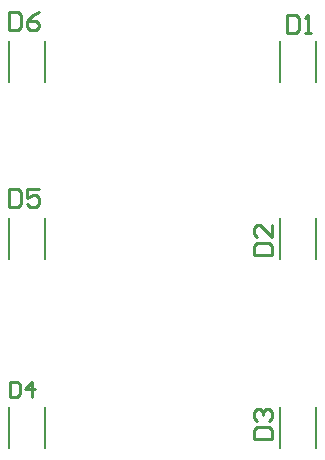
<source format=gbr>
G04*
G04 #@! TF.GenerationSoftware,Altium Limited,Altium Designer,22.4.2 (48)*
G04*
G04 Layer_Color=65535*
%FSLAX25Y25*%
%MOIN*%
G70*
G04*
G04 #@! TF.SameCoordinates,96A84167-8CB8-41EC-8849-8989CCC38216*
G04*
G04*
G04 #@! TF.FilePolarity,Positive*
G04*
G01*
G75*
%ADD10C,0.00600*%
%ADD11C,0.01000*%
D10*
X635921Y253043D02*
Y266642D01*
X623921Y253043D02*
Y266642D01*
X635921Y193987D02*
Y207587D01*
X623921Y193987D02*
Y207587D01*
X635921Y130995D02*
Y144595D01*
X623921Y130995D02*
Y144595D01*
X545370Y130995D02*
Y144595D01*
X533370Y130995D02*
Y144595D01*
Y193987D02*
Y207587D01*
X545370Y193987D02*
Y207587D01*
X533370Y253043D02*
Y266642D01*
X545370Y253043D02*
Y266642D01*
D11*
X533600Y276398D02*
Y270400D01*
X536599D01*
X537599Y271400D01*
Y275398D01*
X536599Y276398D01*
X533600D01*
X543597D02*
X541597Y275398D01*
X539598Y273399D01*
Y271400D01*
X540598Y270400D01*
X542597D01*
X543597Y271400D01*
Y272399D01*
X542597Y273399D01*
X539598D01*
X533600Y217398D02*
Y211400D01*
X536599D01*
X537599Y212400D01*
Y216398D01*
X536599Y217398D01*
X533600D01*
X543597D02*
X539598D01*
Y214399D01*
X541597Y215399D01*
X542597D01*
X543597Y214399D01*
Y212400D01*
X542597Y211400D01*
X540598D01*
X539598Y212400D01*
X533810Y153157D02*
Y148158D01*
X536309D01*
X537142Y148991D01*
Y152324D01*
X536309Y153157D01*
X533810D01*
X541307Y148158D02*
Y153157D01*
X538808Y150657D01*
X542140D01*
X615058Y133950D02*
X621057D01*
Y136949D01*
X620057Y137948D01*
X616058D01*
X615058Y136949D01*
Y133950D01*
X616058Y139948D02*
X615058Y140947D01*
Y142947D01*
X616058Y143946D01*
X617058D01*
X618057Y142947D01*
Y141947D01*
Y142947D01*
X619057Y143946D01*
X620057D01*
X621057Y142947D01*
Y140947D01*
X620057Y139948D01*
X615312Y195381D02*
X621310D01*
Y198380D01*
X620310Y199380D01*
X616312D01*
X615312Y198380D01*
Y195381D01*
X621310Y205378D02*
Y201379D01*
X617311Y205378D01*
X616312D01*
X615312Y204378D01*
Y202379D01*
X616312Y201379D01*
X626222Y275457D02*
Y269459D01*
X629221D01*
X630221Y270459D01*
Y274458D01*
X629221Y275457D01*
X626222D01*
X632220Y269459D02*
X634219D01*
X633219D01*
Y275457D01*
X632220Y274458D01*
M02*

</source>
